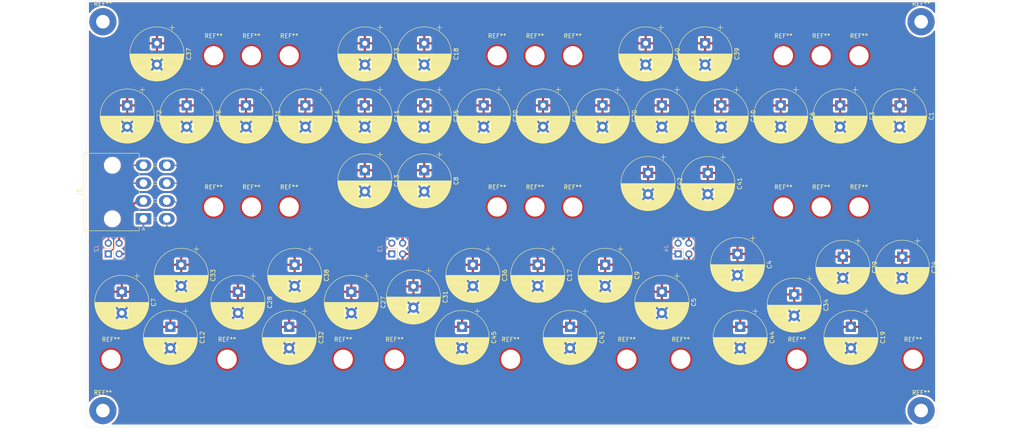
<source format=kicad_pcb>
(kicad_pcb (version 20171130) (host pcbnew "(5.1.9)-1")
  (layers (0 F.Cu power) (31 B.Cu power) (34 B.Paste user) (35 F.Paste user) (36 B.SilkS user) (37 F.SilkS user) (38 B.Mask user) (39 F.Mask user) (44 Edge.Cuts user))
  (net 0 "")
  (net 1 GND)
  (net 2 +BATT)
  (net 3 PHASE_B)
  (net 4 PHASE_A)
  (net 5 PHASE_C)
  (net 6 +5V)
  (net 7 +12V)
  (net 8 Enable_A)
  (net 9 PWM_A)
  (net 10 Enable_B)
  (net 11 PWM_B)
  (net 12 Enable_C)
  (net 13 PWM_C)
  (module Connector_Molex:Molex_Mini-Fit_Jr_5569-08A2_2x04_P4.20mm_Horizontal (layer F.Cu) (at 52.705 89.535 90)
    (fp_text reference J5 (at 6.3 -15.1 90) (layer F.SilkS))
    (fp_text value Conn_02x04_Odd_Even)
    (pad "" np_thru_hole circle (at 12.6 -7.3 90) (size 3 3) (drill 3) (layers *.Cu *.Mask))
    (pad "" np_thru_hole circle (at 0 -7.3 90) (size 3 3) (drill 3) (layers *.Cu *.Mask))
    (pad 8 thru_hole oval (at 12.6 5.5 90) (size 2.7 3.7) (drill 1.8) (layers *.Cu *.Mask) (net 12 Enable_C))
    (pad 7 thru_hole oval (at 8.4 5.5 90) (size 2.7 3.7) (drill 1.8) (layers *.Cu *.Mask) (net 13 PWM_C))
    (pad 6 thru_hole oval (at 4.2 5.5 90) (size 2.7 3.7) (drill 1.8) (layers *.Cu *.Mask) (net 10 Enable_B))
    (pad 5 thru_hole oval (at 0 5.5 90) (size 2.7 3.7) (drill 1.8) (layers *.Cu *.Mask) (net 11 PWM_B))
    (pad 4 thru_hole oval (at 12.6 0 90) (size 2.7 3.7) (drill 1.8) (layers *.Cu *.Mask) (net 8 Enable_A))
    (pad 3 thru_hole oval (at 8.4 0 90) (size 2.7 3.7) (drill 1.8) (layers *.Cu *.Mask) (net 9 PWM_A))
    (pad 2 thru_hole oval (at 4.2 0 90) (size 2.7 3.7) (drill 1.8) (layers *.Cu *.Mask) (net 6 +5V))
    (pad 1 thru_hole roundrect (at 0 0 90) (size 2.7 3.7) (drill 1.8) (layers *.Cu *.Mask) (roundrect_rratio 0.09259299999999999) (net 7 +12V))
  )
  (module MountingHole:MountingHole_3.2mm_M3_Pad (layer F.Cu) (at 43.18 43.18)
    (fp_text reference REF** (at 0 -4.2) (layer F.SilkS))
    (fp_text value MountingHole_3.2mm_M3_Pad)
    (pad 1 thru_hole circle (at 0 0) (size 6.4 6.4) (drill 3.2) (layers *.Cu *.Mask))
  )
  (module MountingHole:MountingHole_3.2mm_M3_Pad (layer F.Cu) (at 235.585 43.18)
    (fp_text reference REF** (at 0 -4.2) (layer F.SilkS))
    (fp_text value MountingHole_3.2mm_M3_Pad)
    (pad 1 thru_hole circle (at 0 0) (size 6.4 6.4) (drill 3.2) (layers *.Cu *.Mask))
  )
  (module MountingHole:MountingHole_3.2mm_M3_Pad (layer F.Cu) (at 235.585 134.62)
    (fp_text reference REF** (at 0 -4.2) (layer F.SilkS))
    (fp_text value MountingHole_3.2mm_M3_Pad)
    (pad 1 thru_hole circle (at 0 0) (size 6.4 6.4) (drill 3.2) (layers *.Cu *.Mask))
  )
  (module MountingHole:MountingHole_3.2mm_M3_Pad (layer F.Cu) (at 43.18 134.62)
    (fp_text reference REF** (at 0 -4.2) (layer F.SilkS))
    (fp_text value MountingHole_3.2mm_M3_Pad)
    (pad 1 thru_hole circle (at 0 0) (size 6.4 6.4) (drill 3.2) (layers *.Cu *.Mask))
  )
  (module Connector_PinSocket_2.54mm:PinSocket_2x02_P2.54mm_Vertical (layer B.Cu) (at 178.435 97.79 270)
    (fp_text reference J4 (at -1.27 2.77 90) (layer B.SilkS) (effects (justify mirror)))
    (fp_text value Conn_02x02_Odd_Even)
    (pad 4 thru_hole oval (at -2.54 -2.54 270) (size 1.7 1.7) (drill 1) (layers *.Cu *.Mask) (net 6 +5V))
    (pad 3 thru_hole oval (at 0 -2.54 270) (size 1.7 1.7) (drill 1) (layers *.Cu *.Mask) (net 7 +12V))
    (pad 2 thru_hole oval (at -2.54 0 270) (size 1.7 1.7) (drill 1) (layers *.Cu *.Mask) (net 12 Enable_C))
    (pad 1 thru_hole rect (at 0 0 270) (size 1.7 1.7) (drill 1) (layers *.Cu *.Mask) (net 13 PWM_C))
  )
  (module Connector_PinSocket_2.54mm:PinSocket_2x02_P2.54mm_Vertical (layer B.Cu) (at 111.125 97.79 270)
    (fp_text reference J3 (at -1.27 2.77 90) (layer B.SilkS) (effects (justify mirror)))
    (fp_text value Conn_02x02_Odd_Even)
    (pad 4 thru_hole oval (at -2.54 -2.54 270) (size 1.7 1.7) (drill 1) (layers *.Cu *.Mask) (net 6 +5V))
    (pad 3 thru_hole oval (at 0 -2.54 270) (size 1.7 1.7) (drill 1) (layers *.Cu *.Mask) (net 7 +12V))
    (pad 2 thru_hole oval (at -2.54 0 270) (size 1.7 1.7) (drill 1) (layers *.Cu *.Mask) (net 10 Enable_B))
    (pad 1 thru_hole rect (at 0 0 270) (size 1.7 1.7) (drill 1) (layers *.Cu *.Mask) (net 11 PWM_B))
  )
  (module Connector_PinSocket_2.54mm:PinSocket_2x02_P2.54mm_Vertical (layer B.Cu) (at 44.45 97.79 270)
    (fp_text reference J2 (at -1.27 2.77 90) (layer B.SilkS) (effects (justify mirror)))
    (fp_text value Conn_02x02_Odd_Even)
    (pad 4 thru_hole oval (at -2.54 -2.54 270) (size 1.7 1.7) (drill 1) (layers *.Cu *.Mask) (net 6 +5V))
    (pad 3 thru_hole oval (at 0 -2.54 270) (size 1.7 1.7) (drill 1) (layers *.Cu *.Mask) (net 7 +12V))
    (pad 2 thru_hole oval (at -2.54 0 270) (size 1.7 1.7) (drill 1) (layers *.Cu *.Mask) (net 8 Enable_A))
    (pad 1 thru_hole rect (at 0 0 270) (size 1.7 1.7) (drill 1) (layers *.Cu *.Mask) (net 9 PWM_A))
  )
  (module Capacitor_THT:CP_Radial_D12.5mm_P5.00mm (layer F.Cu) (at 127.635 114.935 270)
    (fp_text reference C45 (at 2.5 -7.5 90) (layer F.SilkS))
    (fp_text value CP)
    (pad 2 thru_hole circle (at 5 0 270) (size 2.4 2.4) (drill 1.2) (layers *.Cu *.Mask) (net 1 GND))
    (pad 1 thru_hole rect (at 0 0 270) (size 2.4 2.4) (drill 1.2) (layers *.Cu *.Mask) (net 2 +BATT))
  )
  (module Capacitor_THT:CP_Radial_D12.5mm_P5.00mm (layer F.Cu) (at 193.04 114.935 270)
    (fp_text reference C44 (at 2.5 -7.5 90) (layer F.SilkS))
    (fp_text value CP)
    (pad 2 thru_hole circle (at 5 0 270) (size 2.4 2.4) (drill 1.2) (layers *.Cu *.Mask) (net 1 GND))
    (pad 1 thru_hole rect (at 0 0 270) (size 2.4 2.4) (drill 1.2) (layers *.Cu *.Mask) (net 2 +BATT))
  )
  (module Capacitor_THT:CP_Radial_D12.5mm_P5.00mm (layer F.Cu) (at 153.035 114.935 270)
    (fp_text reference C43 (at 2.5 -7.5 90) (layer F.SilkS))
    (fp_text value CP)
    (pad 2 thru_hole circle (at 5 0 270) (size 2.4 2.4) (drill 1.2) (layers *.Cu *.Mask) (net 1 GND))
    (pad 1 thru_hole rect (at 0 0 270) (size 2.4 2.4) (drill 1.2) (layers *.Cu *.Mask) (net 2 +BATT))
  )
  (module Capacitor_THT:CP_Radial_D12.5mm_P5.00mm (layer F.Cu) (at 171.37 78.74 270)
    (fp_text reference C42 (at 2.5 -7.5 90) (layer F.SilkS))
    (fp_text value CP)
    (pad 2 thru_hole circle (at 5 0 270) (size 2.4 2.4) (drill 1.2) (layers *.Cu *.Mask) (net 1 GND))
    (pad 1 thru_hole rect (at 0 0 270) (size 2.4 2.4) (drill 1.2) (layers *.Cu *.Mask) (net 2 +BATT))
  )
  (module Capacitor_THT:CP_Radial_D12.5mm_P5.00mm (layer F.Cu) (at 185.42 78.74 270)
    (fp_text reference C41 (at 2.5 -7.5 90) (layer F.SilkS))
    (fp_text value CP)
    (pad 2 thru_hole circle (at 5 0 270) (size 2.4 2.4) (drill 1.2) (layers *.Cu *.Mask) (net 1 GND))
    (pad 1 thru_hole rect (at 0 0 270) (size 2.4 2.4) (drill 1.2) (layers *.Cu *.Mask) (net 2 +BATT))
  )
  (module Mounting_Wuerth:Mounting_Wuerth_WA-SMSR-M3_H2.6mm_ReverseMount_9775026360 (layer F.Cu) (at 86.995 86.741)
    (fp_text reference REF** (at 0 -4.65) (layer F.SilkS))
    (fp_text value Mounting_Wuerth_WA-SMSR-M3_H2.6mm_ReverseMount_9775026360)
    (pad 1 smd custom (at 2.975 0) (size 1.05 1.05) (layers F.Cu F.Mask) (net 4 PHASE_A) (options (clearance outline) (anchor circle)) (primitives (gr_circle (center -2.975 0) (end 0 0) (width 1.45))))
    (pad 1 smd circle (at 0 2.975) (size 1.05 1.05) (layers F.Cu) (net 4 PHASE_A))
    (pad 1 smd circle (at -2.975 0) (size 1.05 1.05) (layers F.Cu) (net 4 PHASE_A))
    (pad 1 smd circle (at 0 -2.975) (size 1.05 1.05) (layers F.Cu) (net 4 PHASE_A))
    (pad "" np_thru_hole circle (at 0 0) (size 4.4 4.4) (drill 4.4) (layers *.Cu *.Mask))
  )
  (module Mounting_Wuerth:Mounting_Wuerth_WA-SMSR-M3_H2.6mm_ReverseMount_9775026360 (layer F.Cu) (at 78.105 86.741)
    (fp_text reference REF** (at 0 -4.65) (layer F.SilkS))
    (fp_text value Mounting_Wuerth_WA-SMSR-M3_H2.6mm_ReverseMount_9775026360)
    (pad "" np_thru_hole circle (at 0 0) (size 4.4 4.4) (drill 4.4) (layers *.Cu *.Mask))
    (pad 1 smd circle (at 0 -2.975) (size 1.05 1.05) (layers F.Cu) (net 4 PHASE_A))
    (pad 1 smd circle (at -2.975 0) (size 1.05 1.05) (layers F.Cu) (net 4 PHASE_A))
    (pad 1 smd circle (at 0 2.975) (size 1.05 1.05) (layers F.Cu) (net 4 PHASE_A))
    (pad 1 smd custom (at 2.975 0) (size 1.05 1.05) (layers F.Cu F.Mask) (net 4 PHASE_A) (options (clearance outline) (anchor circle)) (primitives (gr_circle (center -2.975 0) (end 0 0) (width 1.45))))
  )
  (module Mounting_Wuerth:Mounting_Wuerth_WA-SMSR-M3_H2.6mm_ReverseMount_9775026360 (layer F.Cu) (at 69.215 86.741)
    (fp_text reference REF** (at 0 -4.65) (layer F.SilkS))
    (fp_text value Mounting_Wuerth_WA-SMSR-M3_H2.6mm_ReverseMount_9775026360)
    (pad 1 smd custom (at 2.975 0) (size 1.05 1.05) (layers F.Cu F.Mask) (net 4 PHASE_A) (options (clearance outline) (anchor circle)) (primitives (gr_circle (center -2.975 0) (end 0 0) (width 1.45))))
    (pad 1 smd circle (at 0 2.975) (size 1.05 1.05) (layers F.Cu) (net 4 PHASE_A))
    (pad 1 smd circle (at -2.975 0) (size 1.05 1.05) (layers F.Cu) (net 4 PHASE_A))
    (pad 1 smd circle (at 0 -2.975) (size 1.05 1.05) (layers F.Cu) (net 4 PHASE_A))
    (pad "" np_thru_hole circle (at 0 0) (size 4.4 4.4) (drill 4.4) (layers *.Cu *.Mask))
  )
  (module Mounting_Wuerth:Mounting_Wuerth_WA-SMSR-M3_H2.6mm_ReverseMount_9775026360 (layer F.Cu) (at 233.68 122.555)
    (fp_text reference REF** (at 0 -4.65) (layer F.SilkS))
    (fp_text value Mounting_Wuerth_WA-SMSR-M3_H2.6mm_ReverseMount_9775026360)
    (pad 1 smd custom (at 2.975 0) (size 1.05 1.05) (layers F.Cu F.Mask) (net 1 GND) (options (clearance outline) (anchor circle)) (primitives (gr_circle (center -2.975 0) (end 0 0) (width 1.45))))
    (pad 1 smd circle (at 0 2.975) (size 1.05 1.05) (layers F.Cu) (net 1 GND))
    (pad 1 smd circle (at -2.975 0) (size 1.05 1.05) (layers F.Cu) (net 1 GND))
    (pad 1 smd circle (at 0 -2.975) (size 1.05 1.05) (layers F.Cu) (net 1 GND))
    (pad "" np_thru_hole circle (at 0 0) (size 4.4 4.4) (drill 4.4) (layers *.Cu *.Mask))
  )
  (module Mounting_Wuerth:Mounting_Wuerth_WA-SMSR-M3_H2.6mm_ReverseMount_9775026360 (layer F.Cu) (at 206.375 122.555)
    (fp_text reference REF** (at 0 -4.65) (layer F.SilkS))
    (fp_text value Mounting_Wuerth_WA-SMSR-M3_H2.6mm_ReverseMount_9775026360)
    (pad "" np_thru_hole circle (at 0 0) (size 4.4 4.4) (drill 4.4) (layers *.Cu *.Mask))
    (pad 1 smd circle (at 0 -2.975) (size 1.05 1.05) (layers F.Cu) (net 1 GND))
    (pad 1 smd circle (at -2.975 0) (size 1.05 1.05) (layers F.Cu) (net 1 GND))
    (pad 1 smd circle (at 0 2.975) (size 1.05 1.05) (layers F.Cu) (net 1 GND))
    (pad 1 smd custom (at 2.975 0) (size 1.05 1.05) (layers F.Cu F.Mask) (net 1 GND) (options (clearance outline) (anchor circle)) (primitives (gr_circle (center -2.975 0) (end 0 0) (width 1.45))))
  )
  (module Mounting_Wuerth:Mounting_Wuerth_WA-SMSR-M3_H2.6mm_ReverseMount_9775026360 (layer F.Cu) (at 179.07 122.555)
    (fp_text reference REF** (at 0 -4.65) (layer F.SilkS))
    (fp_text value Mounting_Wuerth_WA-SMSR-M3_H2.6mm_ReverseMount_9775026360)
    (pad 1 smd custom (at 2.975 0) (size 1.05 1.05) (layers F.Cu F.Mask) (net 1 GND) (options (clearance outline) (anchor circle)) (primitives (gr_circle (center -2.975 0) (end 0 0) (width 1.45))))
    (pad 1 smd circle (at 0 2.975) (size 1.05 1.05) (layers F.Cu) (net 1 GND))
    (pad 1 smd circle (at -2.975 0) (size 1.05 1.05) (layers F.Cu) (net 1 GND))
    (pad 1 smd circle (at 0 -2.975) (size 1.05 1.05) (layers F.Cu) (net 1 GND))
    (pad "" np_thru_hole circle (at 0 0) (size 4.4 4.4) (drill 4.4) (layers *.Cu *.Mask))
  )
  (module Mounting_Wuerth:Mounting_Wuerth_WA-SMSR-M3_H2.6mm_ReverseMount_9775026360 (layer F.Cu) (at 166.37 122.555)
    (fp_text reference REF** (at 0 -4.65) (layer F.SilkS))
    (fp_text value Mounting_Wuerth_WA-SMSR-M3_H2.6mm_ReverseMount_9775026360)
    (pad "" np_thru_hole circle (at 0 0) (size 4.4 4.4) (drill 4.4) (layers *.Cu *.Mask))
    (pad 1 smd circle (at 0 -2.975) (size 1.05 1.05) (layers F.Cu) (net 1 GND))
    (pad 1 smd circle (at -2.975 0) (size 1.05 1.05) (layers F.Cu) (net 1 GND))
    (pad 1 smd circle (at 0 2.975) (size 1.05 1.05) (layers F.Cu) (net 1 GND))
    (pad 1 smd custom (at 2.975 0) (size 1.05 1.05) (layers F.Cu F.Mask) (net 1 GND) (options (clearance outline) (anchor circle)) (primitives (gr_circle (center -2.975 0) (end 0 0) (width 1.45))))
  )
  (module Mounting_Wuerth:Mounting_Wuerth_WA-SMSR-M3_H2.6mm_ReverseMount_9775026360 (layer F.Cu) (at 139.065 122.555)
    (fp_text reference REF** (at 0 -4.65) (layer F.SilkS))
    (fp_text value Mounting_Wuerth_WA-SMSR-M3_H2.6mm_ReverseMount_9775026360)
    (pad 1 smd custom (at 2.975 0) (size 1.05 1.05) (layers F.Cu F.Mask) (net 1 GND) (options (clearance outline) (anchor circle)) (primitives (gr_circle (center -2.975 0) (end 0 0) (width 1.45))))
    (pad 1 smd circle (at 0 2.975) (size 1.05 1.05) (layers F.Cu) (net 1 GND))
    (pad 1 smd circle (at -2.975 0) (size 1.05 1.05) (layers F.Cu) (net 1 GND))
    (pad 1 smd circle (at 0 -2.975) (size 1.05 1.05) (layers F.Cu) (net 1 GND))
    (pad "" np_thru_hole circle (at 0 0) (size 4.4 4.4) (drill 4.4) (layers *.Cu *.Mask))
  )
  (module Mounting_Wuerth:Mounting_Wuerth_WA-SMSR-M3_H2.6mm_ReverseMount_9775026360 (layer F.Cu) (at 111.76 122.555)
    (fp_text reference REF** (at 0 -4.65) (layer F.SilkS))
    (fp_text value Mounting_Wuerth_WA-SMSR-M3_H2.6mm_ReverseMount_9775026360)
    (pad "" np_thru_hole circle (at 0 0) (size 4.4 4.4) (drill 4.4) (layers *.Cu *.Mask))
    (pad 1 smd circle (at 0 -2.975) (size 1.05 1.05) (layers F.Cu) (net 1 GND))
    (pad 1 smd circle (at -2.975 0) (size 1.05 1.05) (layers F.Cu) (net 1 GND))
    (pad 1 smd circle (at 0 2.975) (size 1.05 1.05) (layers F.Cu) (net 1 GND))
    (pad 1 smd custom (at 2.975 0) (size 1.05 1.05) (layers F.Cu F.Mask) (net 1 GND) (options (clearance outline) (anchor circle)) (primitives (gr_circle (center -2.975 0) (end 0 0) (width 1.45))))
  )
  (module Mounting_Wuerth:Mounting_Wuerth_WA-SMSR-M3_H2.6mm_ReverseMount_9775026360 (layer F.Cu) (at 99.695 122.555)
    (fp_text reference REF** (at 0 -4.65) (layer F.SilkS))
    (fp_text value Mounting_Wuerth_WA-SMSR-M3_H2.6mm_ReverseMount_9775026360)
    (pad 1 smd custom (at 2.975 0) (size 1.05 1.05) (layers F.Cu F.Mask) (net 1 GND) (options (clearance outline) (anchor circle)) (primitives (gr_circle (center -2.975 0) (end 0 0) (width 1.45))))
    (pad 1 smd circle (at 0 2.975) (size 1.05 1.05) (layers F.Cu) (net 1 GND))
    (pad 1 smd circle (at -2.975 0) (size 1.05 1.05) (layers F.Cu) (net 1 GND))
    (pad 1 smd circle (at 0 -2.975) (size 1.05 1.05) (layers F.Cu) (net 1 GND))
    (pad "" np_thru_hole circle (at 0 0) (size 4.4 4.4) (drill 4.4) (layers *.Cu *.Mask))
  )
  (module Mounting_Wuerth:Mounting_Wuerth_WA-SMSR-M3_H2.6mm_ReverseMount_9775026360 (layer F.Cu) (at 72.39 122.555)
    (fp_text reference REF** (at 0 -4.65) (layer F.SilkS))
    (fp_text value Mounting_Wuerth_WA-SMSR-M3_H2.6mm_ReverseMount_9775026360)
    (pad "" np_thru_hole circle (at 0 0) (size 4.4 4.4) (drill 4.4) (layers *.Cu *.Mask))
    (pad 1 smd circle (at 0 -2.975) (size 1.05 1.05) (layers F.Cu) (net 1 GND))
    (pad 1 smd circle (at -2.975 0) (size 1.05 1.05) (layers F.Cu) (net 1 GND))
    (pad 1 smd circle (at 0 2.975) (size 1.05 1.05) (layers F.Cu) (net 1 GND))
    (pad 1 smd custom (at 2.975 0) (size 1.05 1.05) (layers F.Cu F.Mask) (net 1 GND) (options (clearance outline) (anchor circle)) (primitives (gr_circle (center -2.975 0) (end 0 0) (width 1.45))))
  )
  (module Mounting_Wuerth:Mounting_Wuerth_WA-SMSR-M3_H2.6mm_ReverseMount_9775026360 (layer F.Cu) (at 220.98 86.741)
    (fp_text reference REF** (at 0 -4.65) (layer F.SilkS))
    (fp_text value Mounting_Wuerth_WA-SMSR-M3_H2.6mm_ReverseMount_9775026360)
    (pad 1 smd custom (at 2.975 0) (size 1.05 1.05) (layers F.Cu F.Mask) (net 5 PHASE_C) (options (clearance outline) (anchor circle)) (primitives (gr_circle (center -2.975 0) (end 0 0) (width 1.45))))
    (pad 1 smd circle (at 0 2.975) (size 1.05 1.05) (layers F.Cu) (net 5 PHASE_C))
    (pad 1 smd circle (at -2.975 0) (size 1.05 1.05) (layers F.Cu) (net 5 PHASE_C))
    (pad 1 smd circle (at 0 -2.975) (size 1.05 1.05) (layers F.Cu) (net 5 PHASE_C))
    (pad "" np_thru_hole circle (at 0 0) (size 4.4 4.4) (drill 4.4) (layers *.Cu *.Mask))
  )
  (module Mounting_Wuerth:Mounting_Wuerth_WA-SMSR-M3_H2.6mm_ReverseMount_9775026360 (layer F.Cu) (at 212.09 86.741)
    (fp_text reference REF** (at 0 -4.65) (layer F.SilkS))
    (fp_text value Mounting_Wuerth_WA-SMSR-M3_H2.6mm_ReverseMount_9775026360)
    (pad "" np_thru_hole circle (at 0 0) (size 4.4 4.4) (drill 4.4) (layers *.Cu *.Mask))
    (pad 1 smd circle (at 0 -2.975) (size 1.05 1.05) (layers F.Cu) (net 5 PHASE_C))
    (pad 1 smd circle (at -2.975 0) (size 1.05 1.05) (layers F.Cu) (net 5 PHASE_C))
    (pad 1 smd circle (at 0 2.975) (size 1.05 1.05) (layers F.Cu) (net 5 PHASE_C))
    (pad 1 smd custom (at 2.975 0) (size 1.05 1.05) (layers F.Cu F.Mask) (net 5 PHASE_C) (options (clearance outline) (anchor circle)) (primitives (gr_circle (center -2.975 0) (end 0 0) (width 1.45))))
  )
  (module Mounting_Wuerth:Mounting_Wuerth_WA-SMSR-M3_H2.6mm_ReverseMount_9775026360 (layer F.Cu) (at 153.67 86.741)
    (fp_text reference REF** (at 0 -4.65) (layer F.SilkS))
    (fp_text value Mounting_Wuerth_WA-SMSR-M3_H2.6mm_ReverseMount_9775026360)
    (pad "" np_thru_hole circle (at 0 0) (size 4.4 4.4) (drill 4.4) (layers *.Cu *.Mask))
    (pad 1 smd circle (at 0 -2.975) (size 1.05 1.05) (layers F.Cu) (net 3 PHASE_B))
    (pad 1 smd circle (at -2.975 0) (size 1.05 1.05) (layers F.Cu) (net 3 PHASE_B))
    (pad 1 smd circle (at 0 2.975) (size 1.05 1.05) (layers F.Cu) (net 3 PHASE_B))
    (pad 1 smd custom (at 2.975 0) (size 1.05 1.05) (layers F.Cu F.Mask) (net 3 PHASE_B) (options (clearance outline) (anchor circle)) (primitives (gr_circle (center -2.975 0) (end 0 0) (width 1.45))))
  )
  (module Mounting_Wuerth:Mounting_Wuerth_WA-SMSR-M3_H2.6mm_ReverseMount_9775026360 (layer F.Cu) (at 144.78 86.741)
    (fp_text reference REF** (at 0 -4.65) (layer F.SilkS))
    (fp_text value Mounting_Wuerth_WA-SMSR-M3_H2.6mm_ReverseMount_9775026360)
    (pad 1 smd custom (at 2.975 0) (size 1.05 1.05) (layers F.Cu F.Mask) (net 3 PHASE_B) (options (clearance outline) (anchor circle)) (primitives (gr_circle (center -2.975 0) (end 0 0) (width 1.45))))
    (pad 1 smd circle (at 0 2.975) (size 1.05 1.05) (layers F.Cu) (net 3 PHASE_B))
    (pad 1 smd circle (at -2.975 0) (size 1.05 1.05) (layers F.Cu) (net 3 PHASE_B))
    (pad 1 smd circle (at 0 -2.975) (size 1.05 1.05) (layers F.Cu) (net 3 PHASE_B))
    (pad "" np_thru_hole circle (at 0 0) (size 4.4 4.4) (drill 4.4) (layers *.Cu *.Mask))
  )
  (module Mounting_Wuerth:Mounting_Wuerth_WA-SMSR-M3_H2.6mm_ReverseMount_9775026360 (layer F.Cu) (at 220.98 51.181)
    (fp_text reference REF** (at 0 -4.65) (layer F.SilkS))
    (fp_text value Mounting_Wuerth_WA-SMSR-M3_H2.6mm_ReverseMount_9775026360)
    (pad "" np_thru_hole circle (at 0 0) (size 4.4 4.4) (drill 4.4) (layers *.Cu *.Mask))
    (pad 1 smd circle (at 0 -2.975) (size 1.05 1.05) (layers F.Cu))
    (pad 1 smd circle (at -2.975 0) (size 1.05 1.05) (layers F.Cu))
    (pad 1 smd circle (at 0 2.975) (size 1.05 1.05) (layers F.Cu))
    (pad 1 smd custom (at 2.975 0) (size 1.05 1.05) (layers F.Cu F.Mask) (net 2 +BATT) (options (clearance outline) (anchor circle)) (primitives (gr_circle (center -2.975 0) (end 0 0) (width 1.45))))
  )
  (module Mounting_Wuerth:Mounting_Wuerth_WA-SMSR-M3_H2.6mm_ReverseMount_9775026360 (layer F.Cu) (at 212.09 51.181)
    (fp_text reference REF** (at 0 -4.65) (layer F.SilkS))
    (fp_text value Mounting_Wuerth_WA-SMSR-M3_H2.6mm_ReverseMount_9775026360)
    (pad 1 smd custom (at 2.975 0) (size 1.05 1.05) (layers F.Cu F.Mask) (net 2 +BATT) (options (clearance outline) (anchor circle)) (primitives (gr_circle (center -2.975 0) (end 0 0) (width 1.45))))
    (pad 1 smd circle (at 0 2.975) (size 1.05 1.05) (layers F.Cu))
    (pad 1 smd circle (at -2.975 0) (size 1.05 1.05) (layers F.Cu))
    (pad 1 smd circle (at 0 -2.975) (size 1.05 1.05) (layers F.Cu))
    (pad "" np_thru_hole circle (at 0 0) (size 4.4 4.4) (drill 4.4) (layers *.Cu *.Mask))
  )
  (module Mounting_Wuerth:Mounting_Wuerth_WA-SMSR-M3_H2.6mm_ReverseMount_9775026360 (layer F.Cu) (at 203.2 51.181)
    (fp_text reference REF** (at 0 -4.65) (layer F.SilkS))
    (fp_text value Mounting_Wuerth_WA-SMSR-M3_H2.6mm_ReverseMount_9775026360)
    (pad "" np_thru_hole circle (at 0 0) (size 4.4 4.4) (drill 4.4) (layers *.Cu *.Mask))
    (pad 1 smd circle (at 0 -2.975) (size 1.05 1.05) (layers F.Cu))
    (pad 1 smd circle (at -2.975 0) (size 1.05 1.05) (layers F.Cu))
    (pad 1 smd circle (at 0 2.975) (size 1.05 1.05) (layers F.Cu))
    (pad 1 smd custom (at 2.975 0) (size 1.05 1.05) (layers F.Cu F.Mask) (net 2 +BATT) (options (clearance outline) (anchor circle)) (primitives (gr_circle (center -2.975 0) (end 0 0) (width 1.45))))
  )
  (module Mounting_Wuerth:Mounting_Wuerth_WA-SMSR-M3_H2.6mm_ReverseMount_9775026360 (layer F.Cu) (at 153.67 51.181)
    (fp_text reference REF** (at 0 -4.65) (layer F.SilkS))
    (fp_text value Mounting_Wuerth_WA-SMSR-M3_H2.6mm_ReverseMount_9775026360)
    (pad 1 smd custom (at 2.975 0) (size 1.05 1.05) (layers F.Cu F.Mask) (net 2 +BATT) (options (clearance outline) (anchor circle)) (primitives (gr_circle (center -2.975 0) (end 0 0) (width 1.45))))
    (pad 1 smd circle (at 0 2.975) (size 1.05 1.05) (layers F.Cu))
    (pad 1 smd circle (at -2.975 0) (size 1.05 1.05) (layers F.Cu))
    (pad 1 smd circle (at 0 -2.975) (size 1.05 1.05) (layers F.Cu))
    (pad "" np_thru_hole circle (at 0 0) (size 4.4 4.4) (drill 4.4) (layers *.Cu *.Mask))
  )
  (module Mounting_Wuerth:Mounting_Wuerth_WA-SMSR-M3_H2.6mm_ReverseMount_9775026360 (layer F.Cu) (at 144.78 51.181)
    (fp_text reference REF** (at 0 -4.65) (layer F.SilkS))
    (fp_text value Mounting_Wuerth_WA-SMSR-M3_H2.6mm_ReverseMount_9775026360)
    (pad "" np_thru_hole circle (at 0 0) (size 4.4 4.4) (drill 4.4) (layers *.Cu *.Mask))
    (pad 1 smd circle (at 0 -2.975) (size 1.05 1.05) (layers F.Cu))
    (pad 1 smd circle (at -2.975 0) (size 1.05 1.05) (layers F.Cu))
    (pad 1 smd circle (at 0 2.975) (size 1.05 1.05) (layers F.Cu))
    (pad 1 smd custom (at 2.975 0) (size 1.05 1.05) (layers F.Cu F.Mask) (net 2 +BATT) (options (clearance outline) (anchor circle)) (primitives (gr_circle (center -2.975 0) (end 0 0) (width 1.45))))
  )
  (module Mounting_Wuerth:Mounting_Wuerth_WA-SMSR-M3_H2.6mm_ReverseMount_9775026360 (layer F.Cu) (at 69.215 51.181)
    (fp_text reference REF** (at 0 -4.65) (layer F.SilkS))
    (fp_text value Mounting_Wuerth_WA-SMSR-M3_H2.6mm_ReverseMount_9775026360)
    (pad "" np_thru_hole circle (at 0 0) (size 4.4 4.4) (drill 4.4) (layers *.Cu *.Mask))
    (pad 1 smd circle (at 0 -2.975) (size 1.05 1.05) (layers F.Cu) (net 2 +BATT))
    (pad 1 smd circle (at -2.975 0) (size 1.05 1.05) (layers F.Cu) (net 2 +BATT))
    (pad 1 smd circle (at 0 2.975) (size 1.05 1.05) (layers F.Cu) (net 2 +BATT))
    (pad 1 smd custom (at 2.975 0) (size 1.05 1.05) (layers F.Cu F.Mask) (net 2 +BATT) (options (clearance outline) (anchor circle)) (primitives (gr_circle (center -2.975 0) (end 0 0) (width 1.45))))
  )
  (module Mounting_Wuerth:Mounting_Wuerth_WA-SMSR-M3_H2.6mm_ReverseMount_9775026360 (layer F.Cu) (at 203.2 86.741)
    (fp_text reference REF** (at 0 -4.65) (layer F.SilkS))
    (fp_text value Mounting_Wuerth_WA-SMSR-M3_H2.6mm_ReverseMount_9775026360)
    (pad 1 smd custom (at 2.975 0) (size 1.05 1.05) (layers F.Cu F.Mask) (net 5 PHASE_C) (options (clearance outline) (anchor circle)) (primitives (gr_circle (center -2.975 0) (end 0 0) (width 1.45))))
    (pad 1 smd circle (at 0 2.975) (size 1.05 1.05) (layers F.Cu) (net 5 PHASE_C))
    (pad 1 smd circle (at -2.975 0) (size 1.05 1.05) (layers F.Cu) (net 5 PHASE_C))
    (pad 1 smd circle (at 0 -2.975) (size 1.05 1.05) (layers F.Cu) (net 5 PHASE_C))
    (pad "" np_thru_hole circle (at 0 0) (size 4.4 4.4) (drill 4.4) (layers *.Cu *.Mask))
  )
  (module Mounting_Wuerth:Mounting_Wuerth_WA-SMSR-M3_H2.6mm_ReverseMount_9775026360 (layer F.Cu) (at 135.89 86.741)
    (fp_text reference REF** (at 0 -4.65) (layer F.SilkS))
    (fp_text value Mounting_Wuerth_WA-SMSR-M3_H2.6mm_ReverseMount_9775026360)
    (pad "" np_thru_hole circle (at 0 0) (size 4.4 4.4) (drill 4.4) (layers *.Cu *.Mask))
    (pad 1 smd circle (at 0 -2.975) (size 1.05 1.05) (layers F.Cu) (net 3 PHASE_B))
    (pad 1 smd circle (at -2.975 0) (size 1.05 1.05) (layers F.Cu) (net 3 PHASE_B))
    (pad 1 smd circle (at 0 2.975) (size 1.05 1.05) (layers F.Cu) (net 3 PHASE_B))
    (pad 1 smd custom (at 2.975 0) (size 1.05 1.05) (layers F.Cu F.Mask) (net 3 PHASE_B) (options (clearance outline) (anchor circle)) (primitives (gr_circle (center -2.975 0) (end 0 0) (width 1.45))))
  )
  (module Mounting_Wuerth:Mounting_Wuerth_WA-SMSR-M3_H2.6mm_ReverseMount_9775026360 (layer F.Cu) (at 135.89 51.181)
    (fp_text reference REF** (at 0 -4.65) (layer F.SilkS))
    (fp_text value Mounting_Wuerth_WA-SMSR-M3_H2.6mm_ReverseMount_9775026360)
    (pad 1 smd custom (at 2.975 0) (size 1.05 1.05) (layers F.Cu F.Mask) (net 2 +BATT) (options (clearance outline) (anchor circle)) (primitives (gr_circle (center -2.975 0) (end 0 0) (width 1.45))))
    (pad 1 smd circle (at 0 2.975) (size 1.05 1.05) (layers F.Cu))
    (pad 1 smd circle (at -2.975 0) (size 1.05 1.05) (layers F.Cu))
    (pad 1 smd circle (at 0 -2.975) (size 1.05 1.05) (layers F.Cu))
    (pad "" np_thru_hole circle (at 0 0) (size 4.4 4.4) (drill 4.4) (layers *.Cu *.Mask))
  )
  (module Mounting_Wuerth:Mounting_Wuerth_WA-SMSR-M3_H2.6mm_ReverseMount_9775026360 (layer F.Cu) (at 78.105 51.181)
    (fp_text reference REF** (at 0 -4.65) (layer F.SilkS))
    (fp_text value Mounting_Wuerth_WA-SMSR-M3_H2.6mm_ReverseMount_9775026360)
    (pad 1 smd custom (at 2.975 0) (size 1.05 1.05) (layers F.Cu F.Mask) (net 2 +BATT) (options (clearance outline) (anchor circle)) (primitives (gr_circle (center -2.975 0) (end 0 0) (width 1.45))))
    (pad 1 smd circle (at 0 2.975) (size 1.05 1.05) (layers F.Cu))
    (pad 1 smd circle (at -2.975 0) (size 1.05 1.05) (layers F.Cu))
    (pad 1 smd circle (at 0 -2.975) (size 1.05 1.05) (layers F.Cu))
    (pad "" np_thru_hole circle (at 0 0) (size 4.4 4.4) (drill 4.4) (layers *.Cu *.Mask))
  )
  (module Mounting_Wuerth:Mounting_Wuerth_WA-SMSR-M3_H2.6mm_ReverseMount_9775026360 (layer F.Cu) (at 86.995 51.181)
    (fp_text reference REF** (at 0 -4.65) (layer F.SilkS))
    (fp_text value Mounting_Wuerth_WA-SMSR-M3_H2.6mm_ReverseMount_9775026360)
    (pad "" np_thru_hole circle (at 0 0) (size 4.4 4.4) (drill 4.4) (layers *.Cu *.Mask))
    (pad 1 smd circle (at 0 -2.975) (size 1.05 1.05) (layers F.Cu))
    (pad 1 smd circle (at -2.975 0) (size 1.05 1.05) (layers F.Cu))
    (pad 1 smd circle (at 0 2.975) (size 1.05 1.05) (layers F.Cu))
    (pad 1 smd custom (at 2.975 0) (size 1.05 1.05) (layers F.Cu F.Mask) (net 2 +BATT) (options (clearance outline) (anchor circle)) (primitives (gr_circle (center -2.975 0) (end 0 0) (width 1.45))))
  )
  (module Mounting_Wuerth:Mounting_Wuerth_WA-SMSR-M3_H2.6mm_ReverseMount_9775026360 (layer F.Cu) (at 45.085 122.555)
    (fp_text reference REF** (at 0 -4.65) (layer F.SilkS))
    (fp_text value Mounting_Wuerth_WA-SMSR-M3_H2.6mm_ReverseMount_9775026360)
    (pad 1 smd custom (at 2.975 0) (size 1.05 1.05) (layers F.Cu F.Mask) (net 1 GND) (options (clearance outline) (anchor circle)) (primitives (gr_circle (center -2.975 0) (end 0 0) (width 1.45))))
    (pad 1 smd circle (at 0 2.975) (size 1.05 1.05) (layers F.Cu) (net 1 GND))
    (pad 1 smd circle (at -2.975 0) (size 1.05 1.05) (layers F.Cu) (net 1 GND))
    (pad 1 smd circle (at 0 -2.975) (size 1.05 1.05) (layers F.Cu) (net 1 GND))
    (pad "" np_thru_hole circle (at 0 0) (size 4.4 4.4) (drill 4.4) (layers *.Cu *.Mask))
  )
  (module Capacitor_THT:CP_Radial_D12.5mm_P5.00mm (layer F.Cu) (at 170.815 48.26 270)
    (fp_text reference C40 (at 2.5 -7.5 90) (layer F.SilkS))
    (fp_text value CP)
    (pad 2 thru_hole circle (at 5 0 270) (size 2.4 2.4) (drill 1.2) (layers *.Cu *.Mask) (net 1 GND))
    (pad 1 thru_hole rect (at 0 0 270) (size 2.4 2.4) (drill 1.2) (layers *.Cu *.Mask) (net 2 +BATT))
  )
  (module Capacitor_THT:CP_Radial_D12.5mm_P5.00mm (layer F.Cu) (at 184.785 48.26 270)
    (fp_text reference C39 (at 2.5 -7.5 90) (layer F.SilkS))
    (fp_text value CP)
    (pad 2 thru_hole circle (at 5 0 270) (size 2.4 2.4) (drill 1.2) (layers *.Cu *.Mask) (net 1 GND))
    (pad 1 thru_hole rect (at 0 0 270) (size 2.4 2.4) (drill 1.2) (layers *.Cu *.Mask) (net 2 +BATT))
  )
  (module Capacitor_THT:CP_Radial_D12.5mm_P5.00mm (layer F.Cu) (at 88.265 100.33 270)
    (fp_text reference C38 (at 2.5 -7.5 90) (layer F.SilkS))
    (fp_text value CP)
    (pad 2 thru_hole circle (at 5 0 270) (size 2.4 2.4) (drill 1.2) (layers *.Cu *.Mask) (net 1 GND))
    (pad 1 thru_hole rect (at 0 0 270) (size 2.4 2.4) (drill 1.2) (layers *.Cu *.Mask) (net 2 +BATT))
  )
  (module Capacitor_THT:CP_Radial_D12.5mm_P5.00mm (layer F.Cu) (at 55.88 48.26 270)
    (fp_text reference C37 (at 2.5 -7.5 90) (layer F.SilkS))
    (fp_text value CP)
    (pad 2 thru_hole circle (at 5 0 270) (size 2.4 2.4) (drill 1.2) (layers *.Cu *.Mask) (net 1 GND))
    (pad 1 thru_hole rect (at 0 0 270) (size 2.4 2.4) (drill 1.2) (layers *.Cu *.Mask) (net 2 +BATT))
  )
  (module Capacitor_THT:CP_Radial_D12.5mm_P5.00mm (layer F.Cu) (at 130.175 100.33 270)
    (fp_text reference C36 (at 2.5 -7.5 90) (layer F.SilkS))
    (fp_text value CP)
    (pad 2 thru_hole circle (at 5 0 270) (size 2.4 2.4) (drill 1.2) (layers *.Cu *.Mask) (net 1 GND))
    (pad 1 thru_hole rect (at 0 0 270) (size 2.4 2.4) (drill 1.2) (layers *.Cu *.Mask) (net 2 +BATT))
  )
  (module Capacitor_THT:CP_Radial_D12.5mm_P5.00mm (layer F.Cu) (at 118.745 62.865 270)
    (fp_text reference C35 (at 2.5 -7.5 90) (layer F.SilkS))
    (fp_text value CP)
    (pad 2 thru_hole circle (at 5 0 270) (size 2.4 2.4) (drill 1.2) (layers *.Cu *.Mask) (net 1 GND))
    (pad 1 thru_hole rect (at 0 0 270) (size 2.4 2.4) (drill 1.2) (layers *.Cu *.Mask) (net 2 +BATT))
  )
  (module Capacitor_THT:CP_Radial_D12.5mm_P5.00mm (layer F.Cu) (at 205.74 107.315 270)
    (fp_text reference C34 (at 2.5 -7.5 90) (layer F.SilkS))
    (fp_text value CP)
    (pad 2 thru_hole circle (at 5 0 270) (size 2.4 2.4) (drill 1.2) (layers *.Cu *.Mask) (net 1 GND))
    (pad 1 thru_hole rect (at 0 0 270) (size 2.4 2.4) (drill 1.2) (layers *.Cu *.Mask) (net 2 +BATT))
  )
  (module Capacitor_THT:CP_Radial_D12.5mm_P5.00mm (layer F.Cu) (at 61.595 100.33 270)
    (fp_text reference C33 (at 2.5 -7.5 90) (layer F.SilkS))
    (fp_text value CP)
    (pad 2 thru_hole circle (at 5 0 270) (size 2.4 2.4) (drill 1.2) (layers *.Cu *.Mask) (net 1 GND))
    (pad 1 thru_hole rect (at 0 0 270) (size 2.4 2.4) (drill 1.2) (layers *.Cu *.Mask) (net 2 +BATT))
  )
  (module Capacitor_THT:CP_Radial_D12.5mm_P5.00mm (layer F.Cu) (at 86.995 114.935 270)
    (fp_text reference C32 (at 2.5 -7.5 90) (layer F.SilkS))
    (fp_text value CP)
    (pad 2 thru_hole circle (at 5 0 270) (size 2.4 2.4) (drill 1.2) (layers *.Cu *.Mask) (net 1 GND))
    (pad 1 thru_hole rect (at 0 0 270) (size 2.4 2.4) (drill 1.2) (layers *.Cu *.Mask) (net 2 +BATT))
  )
  (module Capacitor_THT:CP_Radial_D12.5mm_P5.00mm (layer F.Cu) (at 116.205 105.41 270)
    (fp_text reference C31 (at 2.5 -7.5 90) (layer F.SilkS))
    (fp_text value CP)
    (pad 2 thru_hole circle (at 5 0 270) (size 2.4 2.4) (drill 1.2) (layers *.Cu *.Mask) (net 1 GND))
    (pad 1 thru_hole rect (at 0 0 270) (size 2.4 2.4) (drill 1.2) (layers *.Cu *.Mask) (net 2 +BATT))
  )
  (module Capacitor_THT:CP_Radial_D12.5mm_P5.00mm (layer F.Cu) (at 132.715 62.865 270)
    (fp_text reference C30 (at 2.5 -7.5 90) (layer F.SilkS))
    (fp_text value CP)
    (pad 2 thru_hole circle (at 5 0 270) (size 2.4 2.4) (drill 1.2) (layers *.Cu *.Mask) (net 1 GND))
    (pad 1 thru_hole rect (at 0 0 270) (size 2.4 2.4) (drill 1.2) (layers *.Cu *.Mask) (net 2 +BATT))
  )
  (module Capacitor_THT:CP_Radial_D12.5mm_P5.00mm (layer F.Cu) (at 217.17 98.425 270)
    (fp_text reference C29 (at 2.5 -7.5 90) (layer F.SilkS))
    (fp_text value CP)
    (pad 2 thru_hole circle (at 5 0 270) (size 2.4 2.4) (drill 1.2) (layers *.Cu *.Mask) (net 1 GND))
    (pad 1 thru_hole rect (at 0 0 270) (size 2.4 2.4) (drill 1.2) (layers *.Cu *.Mask) (net 2 +BATT))
  )
  (module Capacitor_THT:CP_Radial_D12.5mm_P5.00mm (layer F.Cu) (at 74.93 106.68 270)
    (fp_text reference C28 (at 2.5 -7.5 90) (layer F.SilkS))
    (fp_text value CP)
    (pad 2 thru_hole circle (at 5 0 270) (size 2.4 2.4) (drill 1.2) (layers *.Cu *.Mask) (net 1 GND))
    (pad 1 thru_hole rect (at 0 0 270) (size 2.4 2.4) (drill 1.2) (layers *.Cu *.Mask) (net 2 +BATT))
  )
  (module Capacitor_THT:CP_Radial_D12.5mm_P5.00mm (layer F.Cu) (at 101.6 106.68 270)
    (fp_text reference C27 (at 2.5 -7.5 90) (layer F.SilkS))
    (fp_text value CP)
    (pad 2 thru_hole circle (at 5 0 270) (size 2.4 2.4) (drill 1.2) (layers *.Cu *.Mask) (net 1 GND))
    (pad 1 thru_hole rect (at 0 0 270) (size 2.4 2.4) (drill 1.2) (layers *.Cu *.Mask) (net 2 +BATT))
  )
  (module Capacitor_THT:CP_Radial_D12.5mm_P5.00mm (layer F.Cu) (at 62.865 62.865 270)
    (fp_text reference C26 (at 2.5 -7.5 90) (layer F.SilkS))
    (fp_text value CP)
    (pad 2 thru_hole circle (at 5 0 270) (size 2.4 2.4) (drill 1.2) (layers *.Cu *.Mask) (net 1 GND))
    (pad 1 thru_hole rect (at 0 0 270) (size 2.4 2.4) (drill 1.2) (layers *.Cu *.Mask) (net 2 +BATT))
  )
  (module Capacitor_THT:CP_Radial_D12.5mm_P5.00mm (layer F.Cu) (at 146.685 62.865 270)
    (fp_text reference C25 (at 2.5 -7.5 90) (layer F.SilkS))
    (fp_text value CP)
    (pad 2 thru_hole circle (at 5 0 270) (size 2.4 2.4) (drill 1.2) (layers *.Cu *.Mask) (net 1 GND))
    (pad 1 thru_hole rect (at 0 0 270) (size 2.4 2.4) (drill 1.2) (layers *.Cu *.Mask) (net 2 +BATT))
  )
  (module Capacitor_THT:CP_Radial_D12.5mm_P5.00mm (layer F.Cu) (at 231.14 98.425 270)
    (fp_text reference C24 (at 2.5 -7.5 90) (layer F.SilkS))
    (fp_text value CP)
    (pad 2 thru_hole circle (at 5 0 270) (size 2.4 2.4) (drill 1.2) (layers *.Cu *.Mask) (net 1 GND))
    (pad 1 thru_hole rect (at 0 0 270) (size 2.4 2.4) (drill 1.2) (layers *.Cu *.Mask) (net 2 +BATT))
  )
  (module Capacitor_THT:CP_Radial_D12.5mm_P5.00mm (layer F.Cu) (at 104.775 48.26 270)
    (fp_text reference C23 (at 2.5 -7.5 90) (layer F.SilkS))
    (fp_text value CP)
    (pad 2 thru_hole circle (at 5 0 270) (size 2.4 2.4) (drill 1.2) (layers *.Cu *.Mask) (net 1 GND))
    (pad 1 thru_hole rect (at 0 0 270) (size 2.4 2.4) (drill 1.2) (layers *.Cu *.Mask) (net 2 +BATT))
  )
  (module Capacitor_THT:CP_Radial_D12.5mm_P5.00mm (layer F.Cu) (at 48.895 62.865 270)
    (fp_text reference C22 (at 2.5 -7.5 90) (layer F.SilkS))
    (fp_text value CP)
    (pad 2 thru_hole circle (at 5 0 270) (size 2.4 2.4) (drill 1.2) (layers *.Cu *.Mask) (net 1 GND))
    (pad 1 thru_hole rect (at 0 0 270) (size 2.4 2.4) (drill 1.2) (layers *.Cu *.Mask) (net 2 +BATT))
  )
  (module Capacitor_THT:CP_Radial_D12.5mm_P5.00mm (layer F.Cu) (at 76.835 62.865 270)
    (fp_text reference C21 (at 2.5 -7.5 90) (layer F.SilkS))
    (fp_text value CP)
    (pad 2 thru_hole circle (at 5 0 270) (size 2.4 2.4) (drill 1.2) (layers *.Cu *.Mask) (net 1 GND))
    (pad 1 thru_hole rect (at 0 0 270) (size 2.4 2.4) (drill 1.2) (layers *.Cu *.Mask) (net 2 +BATT))
  )
  (module Capacitor_THT:CP_Radial_D12.5mm_P5.00mm (layer F.Cu) (at 160.655 62.865 270)
    (fp_text reference C20 (at 2.5 -7.5 90) (layer F.SilkS))
    (fp_text value CP)
    (pad 2 thru_hole circle (at 5 0 270) (size 2.4 2.4) (drill 1.2) (layers *.Cu *.Mask) (net 1 GND))
    (pad 1 thru_hole rect (at 0 0 270) (size 2.4 2.4) (drill 1.2) (layers *.Cu *.Mask) (net 2 +BATT))
  )
  (module Capacitor_THT:CP_Radial_D12.5mm_P5.00mm (layer F.Cu) (at 219.075 114.935 270)
    (fp_text reference C19 (at 2.5 -7.5 90) (layer F.SilkS))
    (fp_text value CP)
    (pad 2 thru_hole circle (at 5 0 270) (size 2.4 2.4) (drill 1.2) (layers *.Cu *.Mask) (net 1 GND))
    (pad 1 thru_hole rect (at 0 0 270) (size 2.4 2.4) (drill 1.2) (layers *.Cu *.Mask) (net 2 +BATT))
  )
  (module Capacitor_THT:CP_Radial_D12.5mm_P5.00mm (layer F.Cu) (at 118.745 48.26 270)
    (fp_text reference C18 (at 2.5 -7.5 90) (layer F.SilkS))
    (fp_text value CP)
    (pad 2 thru_hole circle (at 5 0 270) (size 2.4 2.4) (drill 1.2) (layers *.Cu *.Mask) (net 1 GND))
    (pad 1 thru_hole rect (at 0 0 270) (size 2.4 2.4) (drill 1.2) (layers *.Cu *.Mask) (net 2 +BATT))
  )
  (module Capacitor_THT:CP_Radial_D12.5mm_P5.00mm (layer F.Cu) (at 145.415 100.33 270)
    (fp_text reference C17 (at 2.5 -7.5 90) (layer F.SilkS))
    (fp_text value CP)
    (pad 2 thru_hole circle (at 5 0 270) (size 2.4 2.4) (drill 1.2) (layers *.Cu *.Mask) (net 1 GND))
    (pad 1 thru_hole rect (at 0 0 270) (size 2.4 2.4) (drill 1.2) (layers *.Cu *.Mask) (net 2 +BATT))
  )
  (module Capacitor_THT:CP_Radial_D12.5mm_P5.00mm (layer F.Cu) (at 90.805 62.865 270)
    (fp_text reference C16 (at 2.5 -7.5 90) (layer F.SilkS))
    (fp_text value CP)
    (pad 2 thru_hole circle (at 5 0 270) (size 2.4 2.4) (drill 1.2) (layers *.Cu *.Mask) (net 1 GND))
    (pad 1 thru_hole rect (at 0 0 270) (size 2.4 2.4) (drill 1.2) (layers *.Cu *.Mask) (net 2 +BATT))
  )
  (module Capacitor_THT:CP_Radial_D12.5mm_P5.00mm (layer F.Cu) (at 174.625 62.865 270)
    (fp_text reference C15 (at 2.5 -7.5 90) (layer F.SilkS))
    (fp_text value CP)
    (pad 2 thru_hole circle (at 5 0 270) (size 2.4 2.4) (drill 1.2) (layers *.Cu *.Mask) (net 1 GND))
    (pad 1 thru_hole rect (at 0 0 270) (size 2.4 2.4) (drill 1.2) (layers *.Cu *.Mask) (net 2 +BATT))
  )
  (module Capacitor_THT:CP_Radial_D12.5mm_P5.00mm (layer F.Cu) (at 104.775 78.105 270)
    (fp_text reference C13 (at 2.5 -7.5 90) (layer F.SilkS))
    (fp_text value CP)
    (pad 2 thru_hole circle (at 5 0 270) (size 2.4 2.4) (drill 1.2) (layers *.Cu *.Mask) (net 1 GND))
    (pad 1 thru_hole rect (at 0 0 270) (size 2.4 2.4) (drill 1.2) (layers *.Cu *.Mask) (net 2 +BATT))
  )
  (module Capacitor_THT:CP_Radial_D12.5mm_P5.00mm (layer F.Cu) (at 59.055 114.935 270)
    (fp_text reference C12 (at 2.5 -7.5 90) (layer F.SilkS))
    (fp_text value CP)
    (pad 2 thru_hole circle (at 5 0 270) (size 2.4 2.4) (drill 1.2) (layers *.Cu *.Mask) (net 1 GND))
    (pad 1 thru_hole rect (at 0 0 270) (size 2.4 2.4) (drill 1.2) (layers *.Cu *.Mask) (net 2 +BATT))
  )
  (module Capacitor_THT:CP_Radial_D12.5mm_P5.00mm (layer F.Cu) (at 104.775 62.865 270)
    (fp_text reference C11 (at 2.5 -7.5 90) (layer F.SilkS))
    (fp_text value CP)
    (pad 2 thru_hole circle (at 5 0 270) (size 2.4 2.4) (drill 1.2) (layers *.Cu *.Mask) (net 1 GND))
    (pad 1 thru_hole rect (at 0 0 270) (size 2.4 2.4) (drill 1.2) (layers *.Cu *.Mask) (net 2 +BATT))
  )
  (module Capacitor_THT:CP_Radial_D12.5mm_P5.00mm (layer F.Cu) (at 188.595 62.865 270)
    (fp_text reference C10 (at 2.5 -7.5 90) (layer F.SilkS))
    (fp_text value CP)
    (pad 2 thru_hole circle (at 5 0 270) (size 2.4 2.4) (drill 1.2) (layers *.Cu *.Mask) (net 1 GND))
    (pad 1 thru_hole rect (at 0 0 270) (size 2.4 2.4) (drill 1.2) (layers *.Cu *.Mask) (net 2 +BATT))
  )
  (module Capacitor_THT:CP_Radial_D12.5mm_P5.00mm (layer F.Cu) (at 161.29 100.33 270)
    (fp_text reference C9 (at 2.5 -7.5 90) (layer F.SilkS))
    (fp_text value CP)
    (pad 2 thru_hole circle (at 5 0 270) (size 2.4 2.4) (drill 1.2) (layers *.Cu *.Mask) (net 1 GND))
    (pad 1 thru_hole rect (at 0 0 270) (size 2.4 2.4) (drill 1.2) (layers *.Cu *.Mask) (net 2 +BATT))
  )
  (module Capacitor_THT:CP_Radial_D12.5mm_P5.00mm (layer F.Cu) (at 118.745 78.105 270)
    (fp_text reference C8 (at 2.5 -7.5 90) (layer F.SilkS))
    (fp_text value CP)
    (pad 2 thru_hole circle (at 5 0 270) (size 2.4 2.4) (drill 1.2) (layers *.Cu *.Mask) (net 1 GND))
    (pad 1 thru_hole rect (at 0 0 270) (size 2.4 2.4) (drill 1.2) (layers *.Cu *.Mask) (net 2 +BATT))
  )
  (module Capacitor_THT:CP_Radial_D12.5mm_P5.00mm (layer F.Cu) (at 47.625 106.68 270)
    (fp_text reference C7 (at 2.5 -7.5 90) (layer F.SilkS))
    (fp_text value CP)
    (pad 2 thru_hole circle (at 5 0 270) (size 2.4 2.4) (drill 1.2) (layers *.Cu *.Mask) (net 1 GND))
    (pad 1 thru_hole rect (at 0 0 270) (size 2.4 2.4) (drill 1.2) (layers *.Cu *.Mask) (net 2 +BATT))
  )
  (module Capacitor_THT:CP_Radial_D12.5mm_P5.00mm (layer F.Cu) (at 202.565 62.865 270)
    (fp_text reference C6 (at 2.5 -7.5 90) (layer F.SilkS))
    (fp_text value CP)
    (pad 2 thru_hole circle (at 5 0 270) (size 2.4 2.4) (drill 1.2) (layers *.Cu *.Mask) (net 1 GND))
    (pad 1 thru_hole rect (at 0 0 270) (size 2.4 2.4) (drill 1.2) (layers *.Cu *.Mask) (net 2 +BATT))
  )
  (module Capacitor_THT:CP_Radial_D12.5mm_P5.00mm (layer F.Cu) (at 174.625 106.68 270)
    (fp_text reference C5 (at 2.5 -7.5 90) (layer F.SilkS))
    (fp_text value CP)
    (pad 2 thru_hole circle (at 5 0 270) (size 2.4 2.4) (drill 1.2) (layers *.Cu *.Mask) (net 1 GND))
    (pad 1 thru_hole rect (at 0 0 270) (size 2.4 2.4) (drill 1.2) (layers *.Cu *.Mask) (net 2 +BATT))
  )
  (module Capacitor_THT:CP_Radial_D12.5mm_P5.00mm (layer F.Cu) (at 192.405 97.79 270)
    (fp_text reference C4 (at 2.5 -7.5 90) (layer F.SilkS))
    (fp_text value CP)
    (pad 2 thru_hole circle (at 5 0 270) (size 2.4 2.4) (drill 1.2) (layers *.Cu *.Mask) (net 1 GND))
    (pad 1 thru_hole rect (at 0 0 270) (size 2.4 2.4) (drill 1.2) (layers *.Cu *.Mask) (net 2 +BATT))
  )
  (module Capacitor_THT:CP_Radial_D12.5mm_P5.00mm (layer F.Cu) (at 216.535 62.865 270)
    (fp_text reference C3 (at 2.5 -7.5 90) (layer F.SilkS))
    (fp_text value CP)
    (pad 2 thru_hole circle (at 5 0 270) (size 2.4 2.4) (drill 1.2) (layers *.Cu *.Mask) (net 1 GND))
    (pad 1 thru_hole rect (at 0 0 270) (size 2.4 2.4) (drill 1.2) (layers *.Cu *.Mask) (net 2 +BATT))
  )
  (module Capacitor_THT:CP_Radial_D12.5mm_P5.00mm (layer F.Cu) (at 230.505 62.865 270)
    (fp_text reference C1 (at 2.5 -7.5 90) (layer F.SilkS))
    (fp_text value CP)
    (pad 2 thru_hole circle (at 5 0 270) (size 2.4 2.4) (drill 1.2) (layers *.Cu *.Mask) (net 1 GND))
    (pad 1 thru_hole rect (at 0 0 270) (size 2.4 2.4) (drill 1.2) (layers *.Cu *.Mask) (net 2 +BATT))
  )
  (gr_line (start 39.37 138.43) (end 39.37 38.1) (layer Edge.Cuts) (width 0.05))
  (gr_line (start 239.395 138.43) (end 39.37 138.43) (layer Edge.Cuts) (width 0.05))
  (gr_line (start 239.395 38.1) (end 239.395 138.43) (layer Edge.Cuts) (width 0.05))
  (gr_line (start 39.37 38.1) (end 239.395 38.1) (layer Edge.Cuts) (width 0.05))
  (segment (start 72.19 84.542375) (end 72.912375 83.82) (width 0.25) (layer F.Cu) (net 4))
  (segment (start 72.19 86.741) (end 72.19 84.542375) (width 0.25) (layer F.Cu) (net 4))
  (segment (start 113.665 93.98) (end 113.665 95.25) (width 0.5) (layer F.Cu) (net 6))
  (segment (start 180.975 93.98) (end 180.975 95.25) (width 0.5) (layer F.Cu) (net 6))
  (segment (start 180.34 93.345) (end 180.975 93.98) (width 0.5) (layer F.Cu) (net 6))
  (segment (start 114.3 93.345) (end 180.34 93.345) (width 0.5) (layer F.Cu) (net 6))
  (segment (start 113.665 93.98) (end 114.3 93.345) (width 0.5) (layer F.Cu) (net 6))
  (segment (start 113.03 93.345) (end 113.665 93.98) (width 0.5) (layer F.Cu) (net 6))
  (segment (start 50.8 93.345) (end 113.03 93.345) (width 0.5) (layer F.Cu) (net 6))
  (segment (start 50.165 92.71) (end 50.8 93.345) (width 0.5) (layer F.Cu) (net 6))
  (segment (start 46.99 93.98) (end 46.99 95.25) (width 0.5) (layer F.Cu) (net 6))
  (segment (start 47.625 93.345) (end 46.99 93.98) (width 0.5) (layer F.Cu) (net 6))
  (segment (start 49.53 93.345) (end 47.625 93.345) (width 0.5) (layer F.Cu) (net 6))
  (segment (start 50.165 92.71) (end 49.53 93.345) (width 0.5) (layer F.Cu) (net 6))
  (segment (start 50.165 86.36) (end 50.165 92.71) (width 0.5) (layer F.Cu) (net 6))
  (segment (start 51.19 85.335) (end 50.165 86.36) (width 0.5) (layer F.Cu) (net 6))
  (segment (start 52.705 85.335) (end 51.19 85.335) (width 0.5) (layer F.Cu) (net 6))
  (segment (start 115.57 97.155) (end 114.935 97.79) (width 0.5) (layer F.Cu) (net 7))
  (segment (start 116.205 94.615) (end 115.57 95.25) (width 0.5) (layer F.Cu) (net 7))
  (segment (start 176.53 95.885) (end 175.26 94.615) (width 0.5) (layer F.Cu) (net 7))
  (segment (start 176.53 99.06) (end 176.53 95.885) (width 0.5) (layer F.Cu) (net 7))
  (segment (start 177.165 99.695) (end 176.53 99.06) (width 0.5) (layer F.Cu) (net 7))
  (segment (start 115.57 95.25) (end 115.57 97.155) (width 0.5) (layer F.Cu) (net 7))
  (segment (start 175.26 94.615) (end 116.205 94.615) (width 0.5) (layer F.Cu) (net 7))
  (segment (start 180.34 99.695) (end 177.165 99.695) (width 0.5) (layer F.Cu) (net 7))
  (segment (start 114.935 97.79) (end 113.665 97.79) (width 0.5) (layer F.Cu) (net 7))
  (segment (start 180.975 99.06) (end 180.34 99.695) (width 0.5) (layer F.Cu) (net 7))
  (segment (start 180.975 97.79) (end 180.975 99.06) (width 0.5) (layer F.Cu) (net 7))
  (segment (start 48.895 97.155) (end 48.26 97.79) (width 0.5) (layer F.Cu) (net 7))
  (segment (start 48.895 95.25) (end 48.895 97.155) (width 0.5) (layer F.Cu) (net 7))
  (segment (start 49.53 94.615) (end 48.895 95.25) (width 0.5) (layer F.Cu) (net 7))
  (segment (start 109.22 95.885) (end 107.95 94.615) (width 0.5) (layer F.Cu) (net 7))
  (segment (start 109.22 99.06) (end 109.22 95.885) (width 0.5) (layer F.Cu) (net 7))
  (segment (start 48.26 97.79) (end 46.99 97.79) (width 0.5) (layer F.Cu) (net 7))
  (segment (start 107.95 94.615) (end 49.53 94.615) (width 0.5) (layer F.Cu) (net 7))
  (segment (start 109.855 99.695) (end 109.22 99.06) (width 0.5) (layer F.Cu) (net 7))
  (segment (start 113.03 99.695) (end 109.855 99.695) (width 0.5) (layer F.Cu) (net 7))
  (segment (start 113.665 99.06) (end 113.03 99.695) (width 0.5) (layer F.Cu) (net 7))
  (segment (start 113.665 97.79) (end 113.665 99.06) (width 0.5) (layer F.Cu) (net 7))
  (segment (start 52.705 89.535) (end 52.705 93.345) (width 0.5) (layer B.Cu) (net 7))
  (segment (start 48.26 97.79) (end 46.99 97.79) (width 0.5) (layer B.Cu) (net 7))
  (segment (start 52.705 93.345) (end 48.26 97.79) (width 0.5) (layer B.Cu) (net 7))
  (segment (start 44.45 93.98) (end 44.45 95.25) (width 0.25) (layer F.Cu) (net 8))
  (segment (start 48.26 90.17) (end 44.45 93.98) (width 0.25) (layer F.Cu) (net 8))
  (segment (start 48.26 78.74) (end 48.26 90.17) (width 0.25) (layer F.Cu) (net 8))
  (segment (start 50.065 76.935) (end 48.26 78.74) (width 0.25) (layer F.Cu) (net 8))
  (segment (start 52.705 76.935) (end 50.065 76.935) (width 0.25) (layer F.Cu) (net 8))
  (segment (start 45.72 96.52) (end 44.45 97.79) (width 0.25) (layer F.Cu) (net 9))
  (segment (start 45.72 93.98) (end 45.72 96.52) (width 0.25) (layer F.Cu) (net 9))
  (segment (start 48.895 90.805) (end 45.72 93.98) (width 0.25) (layer F.Cu) (net 9))
  (segment (start 48.895 81.915) (end 48.895 90.805) (width 0.25) (layer F.Cu) (net 9))
  (segment (start 49.675 81.135) (end 48.895 81.915) (width 0.25) (layer F.Cu) (net 9))
  (segment (start 52.705 81.135) (end 49.675 81.135) (width 0.25) (layer F.Cu) (net 9))
  (segment (start 109.855 93.98) (end 111.125 95.25) (width 0.25) (layer B.Cu) (net 10))
  (segment (start 62.23 93.98) (end 109.855 93.98) (width 0.25) (layer B.Cu) (net 10))
  (segment (start 60.96 86.36) (end 60.96 92.71) (width 0.25) (layer B.Cu) (net 10))
  (segment (start 59.935 85.335) (end 60.96 86.36) (width 0.25) (layer B.Cu) (net 10))
  (segment (start 60.96 92.71) (end 62.23 93.98) (width 0.25) (layer B.Cu) (net 10))
  (segment (start 58.205 85.335) (end 59.935 85.335) (width 0.25) (layer B.Cu) (net 10))
  (segment (start 109.855 97.79) (end 111.125 97.79) (width 0.25) (layer B.Cu) (net 11))
  (segment (start 106.68 94.615) (end 109.855 97.79) (width 0.25) (layer B.Cu) (net 11))
  (segment (start 61.595 94.615) (end 106.68 94.615) (width 0.25) (layer B.Cu) (net 11))
  (segment (start 58.205 91.225) (end 61.595 94.615) (width 0.25) (layer B.Cu) (net 11))
  (segment (start 58.205 89.535) (end 58.205 91.225) (width 0.25) (layer B.Cu) (net 11))
  (segment (start 178.435 93.98) (end 178.435 95.25) (width 0.25) (layer B.Cu) (net 12))
  (segment (start 177.165 92.71) (end 178.435 93.98) (width 0.25) (layer B.Cu) (net 12))
  (segment (start 63.5 92.71) (end 177.165 92.71) (width 0.25) (layer B.Cu) (net 12))
  (segment (start 62.23 91.44) (end 63.5 92.71) (width 0.25) (layer B.Cu) (net 12))
  (segment (start 62.23 78.74) (end 62.23 91.44) (width 0.25) (layer B.Cu) (net 12))
  (segment (start 60.425 76.935) (end 62.23 78.74) (width 0.25) (layer B.Cu) (net 12))
  (segment (start 58.205 76.935) (end 60.425 76.935) (width 0.25) (layer B.Cu) (net 12))
  (segment (start 176.53 97.155) (end 177.165 97.79) (width 0.25) (layer B.Cu) (net 13))
  (segment (start 176.53 94.615) (end 176.53 97.155) (width 0.25) (layer B.Cu) (net 13))
  (segment (start 175.26 93.345) (end 176.53 94.615) (width 0.25) (layer B.Cu) (net 13))
  (segment (start 177.165 97.79) (end 178.435 97.79) (width 0.25) (layer B.Cu) (net 13))
  (segment (start 62.865 93.345) (end 175.26 93.345) (width 0.25) (layer B.Cu) (net 13))
  (segment (start 61.595 92.075) (end 62.865 93.345) (width 0.25) (layer B.Cu) (net 13))
  (segment (start 61.595 81.915) (end 61.595 92.075) (width 0.25) (layer B.Cu) (net 13))
  (segment (start 60.815 81.135) (end 61.595 81.915) (width 0.25) (layer B.Cu) (net 13))
  (segment (start 58.205 81.135) (end 60.815 81.135) (width 0.25) (layer B.Cu) (net 13))
  (zone (net 2) (net_name +BATT) (layer F.Cu) (connect_pads (clearance 0.508)) (min_thickness 0.254) (fill yes (arc_segments 32) (thermal_gap 0.508) (thermal_bridge_width 0.508))
    (polygon (pts (xy 239.395 138.43) (xy 39.37 138.43) (xy 39.37 38.1) (xy 239.395 38.1)))
  )
  (zone (net 1) (net_name GND) (layer B.Cu) (connect_pads (clearance 0.508)) (min_thickness 0.254) (fill yes (arc_segments 32) (thermal_gap 0.508) (thermal_bridge_width 0.508))
    (polygon (pts (xy 239.395 138.43) (xy 39.37 138.43) (xy 39.37 38.1) (xy 239.395 38.1)))
  )
  (zone (net 4) (net_name PHASE_A) (layer F.Cu) (priority 1) (connect_pads (clearance 0.508)) (min_thickness 0.254) (fill yes (arc_segments 32) (thermal_gap 0.508) (thermal_bridge_width 0.508))
    (polygon (pts (xy 92.71 92.075) (xy 63.5 92.075) (xy 63.5 81.28) (xy 92.71 81.28)))
  )
  (zone (net 3) (net_name PHASE_B) (layer F.Cu) (priority 1) (connect_pads (clearance 0.508)) (min_thickness 0.254) (fill yes (arc_segments 32) (thermal_gap 0.508) (thermal_bridge_width 0.508))
    (polygon (pts (xy 159.385 92.075) (xy 130.175 92.075) (xy 130.175 81.28) (xy 159.385 81.28)))
  )
  (zone (net 5) (net_name PHASE_C) (layer F.Cu) (priority 1) (connect_pads (clearance 0.508)) (min_thickness 0.254) (fill yes (arc_segments 32) (thermal_gap 0.508) (thermal_bridge_width 0.508))
    (polygon (pts (xy 226.695 92.075) (xy 197.485 92.075) (xy 197.485 81.28) (xy 226.695 81.28)))
  )
  (zone (net 1) (net_name GND) (layer F.Cu) (priority 1) (connect_pads (clearance 0.508)) (min_thickness 0.254) (fill yes (arc_segments 32) (thermal_gap 0.508) (thermal_bridge_width 0.508))
    (polygon (pts (xy 239.395 138.43) (xy 39.37 138.43) (xy 39.37 116.84) (xy 239.395 116.84)))
  )
)
</source>
